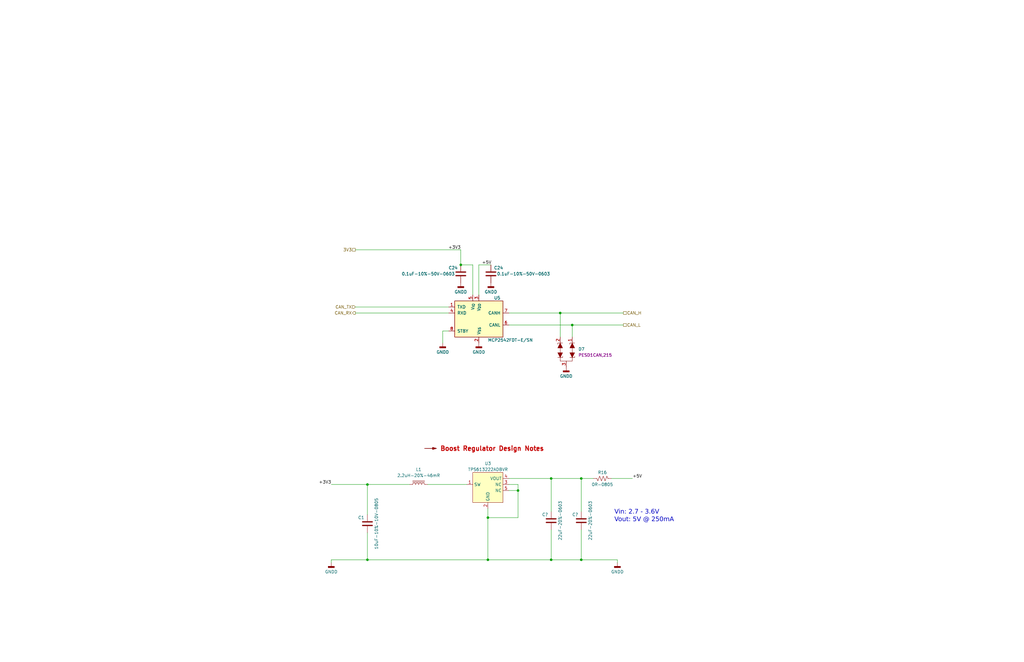
<source format=kicad_sch>
(kicad_sch (version 20230121) (generator eeschema)
  (paper "B")
  (title_block (title "NX J401 Adapter") (rev "1") (company "971 Spartan Robotics"))
  (lib_symbols
    (symbol "Device:C" (pin_numbers hide) (pin_names (offset 0.254))
      (property "Reference" "C" (at 0.635 2.54 0))
      (property "Value" "C" (at 0.635 -2.54 0))
      (symbol "C_0_1"
        (polyline (pts (xy -2.032 -0.762) (xy 2.032 -0.762)) (stroke (width 0.508)))
        (polyline (pts (xy -2.032 0.762) (xy 2.032 0.762)) (stroke (width 0.508)))
      )
      (symbol "C_1_1"
        (pin passive line (at 0 3.81 270) (length 2.794) (name "~") (number "1"))
        (pin passive line (at 0 -3.81 90) (length 2.794) (name "~") (number "2"))
      )
    )
    (symbol "Device:L_Iron" (pin_numbers hide) (pin_names (offset 1.016) hide)
      (property "Reference" "L" (at -1.27 0 90))
      (property "Value" "L_Iron" (at 2.794 0 90))
      (symbol "L_Iron_0_1"
        (arc (start 0 -2.54) (mid 0.6323 -1.905) (end 0 -1.27))
        (arc (start 0 -1.27) (mid 0.6323 -0.635) (end 0 0))
        (polyline (pts (xy 1.016 2.54) (xy 1.016 -2.54)))
        (polyline (pts (xy 1.524 -2.54) (xy 1.524 2.54)))
        (arc (start 0 0) (mid 0.6323 0.635) (end 0 1.27))
        (arc (start 0 1.27) (mid 0.6323 1.905) (end 0 2.54))
      )
      (symbol "L_Iron_1_1"
        (pin passive line (at 0 3.81 270) (length 1.27) (name "1") (number "1"))
        (pin passive line (at 0 -3.81 90) (length 1.27) (name "2") (number "2"))
      )
    )
    (symbol "Device:R_US" (pin_numbers hide) (pin_names (offset 0))
      (property "Reference" "R" (at 2.54 0 90))
      (property "Value" "R_US" (at -2.54 0 90))
      (symbol "R_US_0_1"
        (polyline (pts (xy 0 -2.286) (xy 0 -2.54)))
        (polyline (pts (xy 0 2.286) (xy 0 2.54)))
        (polyline (pts (xy 0 -0.762) (xy 1.016 -1.143) (xy 0 -1.524) (xy -1.016 -1.905) (xy 0 -2.286)))
        (polyline (pts (xy 0 0.762) (xy 1.016 0.381) (xy 0 0) (xy -1.016 -0.381) (xy 0 -0.762)))
        (polyline (pts (xy 0 2.286) (xy 1.016 1.905) (xy 0 1.524) (xy -1.016 1.143) (xy 0 0.762)))
      )
      (symbol "R_US_1_1"
        (pin passive line (at 0 3.81 270) (length 1.27) (name "~") (number "1"))
        (pin passive line (at 0 -3.81 90) (length 1.27) (name "~") (number "2"))
      )
    )
    (symbol "Graphic:SYM_Arrow_Normal" (in_bom no) (on_board no)
      (symbol "SYM_Arrow_Normal_0_1"
        (polyline (pts (xy 1.524 0) (xy -2.54 0)) (stroke (width 0.254)))
        (polyline (pts (xy 2.54 0) (xy 0.762 -0.508) (xy 0.762 0.508) (xy 2.54 0)) (fill (type outline)))
      )
    )
    (symbol "IMU-2X:TPS613222ADBVR"
      (property "Reference" "U" (at 0 0 0))
      (property "Value" "TPS613222ADBVR" (at 0 0 0))
      (symbol "TPS613222ADBVR_1_1"
        (rectangle (start -6.35 0) (end 6.35 -12.7) (fill (type background)))
        (pin power_in line (at -8.89 -5.08 0) (length 2.54) (name "SW") (number "1"))
        (pin passive line (at 0 -15.24 90) (length 2.54) (name "GND") (number "2"))
        (pin passive line (at 8.89 -5.08 180) (length 2.54) (name "NC") (number "3"))
        (pin power_out line (at 8.89 -2.54 180) (length 2.54) (name "VOUT") (number "4"))
        (pin passive line (at 8.89 -7.62 180) (length 2.54) (name "NC") (number "5"))
      )
    )
    (symbol "Interface_CAN_LIN:MCP2562-E-SN" (pin_names (offset 1.016))
      (property "Reference" "U4" (at 1.9559 12.7 0))
      (property "Value" "MCP2562-E-SN" (at 3.81 10.16 0))
      (symbol "MCP2562-E-SN_0_1"
        (rectangle (start -10.16 7.62) (end 10.16 -7.62) (stroke (width 0.254)) (fill (type background)))
      )
      (symbol "MCP2562-E-SN_1_1"
        (pin input line (at -12.7 5.08 0) (length 2.54) (name "TXD") (number "1"))
        (pin power_in line (at 0 -10.16 90) (length 2.54) (name "V_{SS}") (number "2"))
        (pin power_in line (at 0 10.16 270) (length 2.54) (name "V_{DD}") (number "3"))
        (pin output line (at -12.7 2.54 0) (length 2.54) (name "RXD") (number "4"))
        (pin power_in line (at -2.54 10.16 270) (length 2.54) (name "V_{IO}") (number "5"))
        (pin bidirectional line (at 12.7 -2.54 180) (length 2.54) (name "CANL") (number "6"))
        (pin bidirectional line (at 12.7 2.54 180) (length 2.54) (name "CANH") (number "7"))
        (pin input line (at -12.7 -5.08 0) (length 2.54) (name "STBY") (number "8"))
      )
    )
    (symbol "PI-Power-Board:PESD1CAN" (pin_names hide)
      (property "Reference" "D" (at 0 0 0))
      (property "MFG P/N" "PESD1CAN,215" (at 0 0 0))
      (symbol "PESD1CAN_0_1"
        (polyline (pts (xy -1.27 -7.62) (xy 0.762 -7.62)))
        (polyline (pts (xy -1.27 -2.54) (xy 0.762 -2.54)))
        (polyline (pts (xy 0.635 -7.62) (xy 3.175 -7.62)))
        (polyline (pts (xy 0.635 -2.54) (xy 3.175 -2.54)))
        (polyline (pts (xy 4.826 -7.62) (xy 2.794 -7.62)))
        (polyline (pts (xy 4.826 -2.54) (xy 2.794 -2.54)))
        (polyline (pts (xy -1.27 -6.604) (xy -1.27 -8.636) (xy -0.762 -8.636)))
        (polyline (pts (xy -1.27 -1.524) (xy -1.27 -3.556) (xy -0.762 -3.556)))
        (polyline (pts (xy 4.826 -8.636) (xy 4.826 -6.604) (xy 4.318 -6.604)))
        (polyline (pts (xy 4.826 -3.556) (xy 4.826 -1.524) (xy 4.318 -1.524)))
        (polyline (pts (xy 0.762 -6.604) (xy -1.27 -7.62) (xy 0.762 -8.636) (xy 0.762 -6.604)) (fill (type outline)))
        (polyline (pts (xy 0.762 -1.524) (xy -1.27 -2.54) (xy 0.762 -3.556) (xy 0.762 -1.524)) (fill (type outline)))
        (polyline (pts (xy 2.794 -8.636) (xy 4.826 -7.62) (xy 2.794 -6.604) (xy 2.794 -8.636)) (fill (type outline)))
        (polyline (pts (xy 2.794 -3.556) (xy 4.826 -2.54) (xy 2.794 -1.524) (xy 2.794 -3.556)) (fill (type outline)))
        (polyline (pts (xy 4.445 -2.54) (xy 6.35 -2.54) (xy 6.35 -7.62) (xy 4.445 -7.62)))
      )
      (symbol "PESD1CAN_1_1"
        (pin passive line (at -3.81 -2.54 0) (length 2.54) (name "K1") (number "1"))
        (pin passive line (at -3.81 -7.62 0) (length 2.54) (name "K1") (number "2"))
        (pin passive line (at 8.89 -5.08 180) (length 2.54) (name "KK") (number "3"))
      )
    )
    (symbol "power:GNDD" (power) (pin_names (offset 0))
      (property "Value" "GNDD" (at 0 -3.175 0))
      (symbol "GNDD_0_1"
        (rectangle (start -1.27 -1.524) (end 1.27 -2.032) (stroke (width 0.254)) (fill (type outline)))
        (polyline (pts (xy 0 0) (xy 0 -1.524)))
      )
      (symbol "GNDD_1_1"
        (pin power_in line (at 0 0 270) (length 0) hide (name "GNDD") (number "1"))
      )
    )
  )
  (junction (at 232.41 236.22))
  (junction (at 154.94 236.22))
  (junction (at 154.94 204.47))
  (junction (at 236.22 132.08))
  (junction (at 205.74 236.22))
  (junction (at 232.41 201.93))
  (junction (at 245.11 236.22))
  (junction (at 241.3 137.16))
  (junction (at 245.11 201.93))
  (junction (at 194.31 111.76))
  (junction (at 218.44 207.01))
  (junction (at 205.74 218.44))
  (wire (pts (xy 199.39 111.76) (xy 199.39 124.46)))
  (wire (pts (xy 205.74 218.44) (xy 205.74 236.22)))
  (wire (pts (xy 218.44 218.44) (xy 205.74 218.44)))
  (wire (pts (xy 194.31 105.41) (xy 194.31 111.76)))
  (wire (pts (xy 245.11 201.93) (xy 250.19 201.93)))
  (wire (pts (xy 196.85 204.47) (xy 180.34 204.47)))
  (wire (pts (xy 245.11 201.93) (xy 245.11 215.9)))
  (wire (pts (xy 154.94 204.47) (xy 154.94 217.17)))
  (wire (pts (xy 257.81 201.93) (xy 266.7 201.93)))
  (wire (pts (xy 214.63 204.47) (xy 218.44 204.47)))
  (wire (pts (xy 205.74 236.22) (xy 232.41 236.22)))
  (wire (pts (xy 201.93 111.76) (xy 201.93 124.46)))
  (wire (pts (xy 214.63 201.93) (xy 232.41 201.93)))
  (wire (pts (xy 139.7 204.47) (xy 154.94 204.47)))
  (wire (pts (xy 201.93 111.76) (xy 207.01 111.76)))
  (wire (pts (xy 245.11 236.22) (xy 260.35 236.22)))
  (wire (pts (xy 218.44 204.47) (xy 218.44 207.01)))
  (wire (pts (xy 154.94 236.22) (xy 205.74 236.22)))
  (wire (pts (xy 241.3 137.16) (xy 241.3 142.24)))
  (wire (pts (xy 241.3 137.16) (xy 262.89 137.16)))
  (wire (pts (xy 214.63 207.01) (xy 218.44 207.01)))
  (wire (pts (xy 149.86 129.54) (xy 189.23 129.54)))
  (wire (pts (xy 149.86 132.08) (xy 189.23 132.08)))
  (wire (pts (xy 149.86 105.41) (xy 194.31 105.41)))
  (wire (pts (xy 172.72 204.47) (xy 154.94 204.47)))
  (wire (pts (xy 218.44 207.01) (xy 218.44 218.44)))
  (wire (pts (xy 154.94 224.79) (xy 154.94 236.22)))
  (wire (pts (xy 214.63 137.16) (xy 241.3 137.16)))
  (wire (pts (xy 186.69 139.7) (xy 189.23 139.7)))
  (wire (pts (xy 214.63 132.08) (xy 236.22 132.08)))
  (wire (pts (xy 139.7 236.22) (xy 139.7 237.49)))
  (wire (pts (xy 194.31 111.76) (xy 199.39 111.76)))
  (wire (pts (xy 245.11 223.52) (xy 245.11 236.22)))
  (wire (pts (xy 236.22 132.08) (xy 262.89 132.08)))
  (wire (pts (xy 139.7 236.22) (xy 154.94 236.22)))
  (wire (pts (xy 232.41 236.22) (xy 245.11 236.22)))
  (wire (pts (xy 205.74 218.44) (xy 205.74 214.63)))
  (wire (pts (xy 260.35 236.22) (xy 260.35 237.49)))
  (wire (pts (xy 232.41 201.93) (xy 232.41 215.9)))
  (wire (pts (xy 186.69 144.78) (xy 186.69 139.7)))
  (wire (pts (xy 232.41 223.52) (xy 232.41 236.22)))
  (wire (pts (xy 232.41 201.93) (xy 245.11 201.93)))
  (wire (pts (xy 236.22 142.24) (xy 236.22 132.08)))
  (text "Vin: 2.7 - 3.6V\nVout: 5V @ 250mA" (at 259.08 220.98 0) (effects (font (size 1.905 1.905)) (justify left bottom)))
  (label "+3V3" (at 194.31 105.41 180))
  (label "+5V" (at 203.2 111.76 0))
  (label "+5V" (at 266.7 201.93 0))
  (label "+3V3" (at 139.7 204.47 180))
  (hierarchical_label "CAN_RX" (shape output) (at 149.86 132.08 180))
  (hierarchical_label "CAN_TX" (shape input) (at 149.86 129.54 180))
  (hierarchical_label "CAN_H" (shape passive) (at 262.89 132.08 0))
  (hierarchical_label "CAN_L" (shape passive) (at 262.89 137.16 0))
  (hierarchical_label "3V3" (shape passive) (at 149.86 105.41 180))
  (symbol (lib_id "Device:L_Iron") (at 176.53 204.47 90) (unit 1)
    (property "Reference" "L1" (at 176.53 198.12 90))
    (property "Value" "2.2uH-20%-46mR" (at 176.53 200.66 90))
    (property "Footprint" "NX-J401-Adapter:L_Vishay_IHLP-1212" (effects hide))
    (property "Datasheet" "Components/Vishay-IHLP1212BZER2R2M11.pdf" (effects hide))
    (property "MFG" "Vishay" (effects hide))
    (property "MFG P/N" "IHLP1212BZER2R2M11" (effects hide))
    (property "DIST" "Digikey" (effects hide))
    (property "DIST P/N" "541-1322-1-ND" (effects hide))
    (instances (project "IMU-2X" (path "" (reference "L1") (unit 1))) (project "NX-J401-Adapter" (path "" (reference "L2") (unit 1))))
  )
  (symbol (lib_id "power:GNDD") (at 238.76 154.94 0) (unit 1)
    (property "Reference" "#PWR02" (effects hide))
    (property "Value" "GNDD" (at 238.76 158.75 0))
    (instances (project "NX-J401-Adapter" (path "" (reference "#PWR02") (unit 1)) (path "" (reference "#PWR05") (unit 1))))
  )
  (symbol (lib_id "Device:C") (at 245.11 219.71 0) (unit 1)
    (property "Reference" "C?" (at 243.84 217.17 0) (effects (justify right)))
    (property "Value" "22uF-20%-0603" (at 248.92 219.71 90))
    (property "Footprint" "Capacitor_SMD:C_0603_1608Metric" (effects hide))
    (property "Datasheet" "Components/TDK-mlcc_commercial_general_en.pdf" (effects hide))
    (property "MFG" "TDK" (effects hide))
    (property "MFG P/N" "C1608X5R1A226M080AC" (effects hide))
    (property "DIST" "Digikey" (effects hide))
    (property "DIST P/N" "445-9077-1-ND" (effects hide))
    (instances (project "IMU-2X" (path "" (reference "C?") (unit 1)) (path "" (reference "C2") (unit 1))) (project "NX-J401-Adapter" (path "" (reference "C11") (unit 1))))
  )
  (symbol (lib_id "Device:R_US") (at 254 201.93 270) (mirror x) (unit 1)
    (property "Reference" "R16" (at 254 199.39 90))
    (property "Value" "0R-0805" (at 254 204.47 90))
    (property "Footprint" "Resistor_SMD:R_0805_2012Metric_Pad1.20x1.40mm_HandSolder" (effects hide))
    (property "Datasheet" "Components/Yageo-PYu-RC_Group_51_RoHS_L_12.pdf" (effects hide))
    (property "MFG" "Yageo" (effects hide))
    (property "MFG P/N" "RC0805JR-070RL" (effects hide))
    (property "DIST" "Digikey" (effects hide))
    (property "DIST P/N" "311-0.0ARCT-ND" (effects hide))
    (instances (project "PI-Power-Board" (path "" (reference "R16") (unit 1))) (project "IMU-2X" (path "" (reference "R2") (unit 1))) (project "NX-J401-Adapter" (path "" (reference "R2") (unit 1)) (path "" (reference "R9") (unit 1))))
  )
  (symbol (lib_id "PI-Power-Board:PESD1CAN") (at 243.84 146.05 270) (unit 1)
    (property "Reference" "D7" (at 243.84 147.3199 90) (effects (justify left)))
    (property "Value" "PESD1CAN" (effects hide))
    (property "Footprint" "Package_TO_SOT_SMD:SOT-23" (effects hide))
    (property "Datasheet" "Components/Nexperia-PESD1CAN.pdf" (effects hide))
    (property "MFG" "Nexperia" (effects hide))
    (property "MFG P/N" "PESD1CAN,215" (at 243.84 149.8599 90) (effects (justify left)))
    (instances (project "PI-Power-Board" (path "" (reference "D7") (unit 1))) (project "NX-J401-Adapter" (path "" (reference "D5") (unit 1))))
  )
  (symbol (lib_id "Device:C") (at 207.01 115.57 0) (mirror y) (unit 1)
    (property "Reference" "C24" (at 208.28 113.03 0) (effects (justify right)))
    (property "Value" "0.1uF-10%-50V-0603" (at 209.55 115.57 0) (effects (justify right)))
    (property "Footprint" "Capacitor_SMD:C_0603_1608Metric" (effects hide))
    (property "MFG" "Samsung Electro-Mechanics" (effects hide))
    (property "MFG P/N" "CL10B104KB8NNNC" (effects hide))
    (instances (project "PI-Power-Board" (path "" (reference "C24") (unit 1))) (project "NX-J401-Adapter" (path "" (reference "C3") (unit 1)) (path "" (reference "C14") (unit 1))))
  )
  (symbol (lib_id "power:GNDD") (at 186.69 144.78 0) (unit 1)
    (property "Reference" "#PWR02" (effects hide))
    (property "Value" "GNDD" (at 186.69 148.59 0))
    (instances (project "NX-J401-Adapter" (path "" (reference "#PWR02") (unit 1)) (path "" (reference "#PWR07") (unit 1))))
  )
  (symbol (lib_id "IMU-2X:TPS613222ADBVR") (at 205.74 199.39 0) (unit 1)
    (property "Reference" "U3" (at 205.74 195.58 0))
    (property "Value" "TPS613222ADBVR" (at 205.74 198.12 0))
    (property "Footprint" "Package_TO_SOT_SMD:SOT-23-5" (effects hide))
    (property "Datasheet" "Components/TI-tps613222.pdf" (effects hide))
    (property "MFG" "Texas Instruments" (effects hide))
    (property "MFG P/N" "TPS613222ADBVR" (effects hide))
    (property "DIST" "Digikey" (effects hide))
    (property "DIST P/N" "296-50503-1-ND" (effects hide))
    (instances (project "IMU-2X" (path "" (reference "U3") (unit 1))) (project "NX-J401-Adapter" (path "" (reference "U2") (unit 1))))
  )
  (symbol (lib_id "Graphic:SYM_Arrow_Normal") (at 181.61 189.23 0) (unit 1) (in_bom no) (on_board no)
    (property "Reference" "#SYM5" (effects hide))
    (property "Value" "Boost Regulator Design Notes" (at 185.42 189.23 0) (effects (font (size 1.905 1.905) bold) (justify left)))
    (property "Datasheet" "Components/WBDesign78-TPS613222-3Vin-5Vout-0.25A.pdf" (effects hide))
    (property "Sim.Enable" "0" (effects hide))
    (instances (project "IMU-2X" (path "" (reference "#SYM5") (unit 1))) (project "NX-J401-Adapter" (path "" (reference "#SYM12") (unit 1))))
  )
  (symbol (lib_id "power:GNDD") (at 201.93 144.78 0) (unit 1)
    (property "Reference" "#PWR02" (effects hide))
    (property "Value" "GNDD" (at 201.93 148.59 0))
    (instances (project "NX-J401-Adapter" (path "" (reference "#PWR02") (unit 1)) (path "" (reference "#PWR06") (unit 1))))
  )
  (symbol (lib_id "Device:C") (at 232.41 219.71 0) (unit 1)
    (property "Reference" "C?" (at 231.14 217.17 0) (effects (justify right)))
    (property "Value" "22uF-20%-0603" (at 236.22 219.71 90))
    (property "Footprint" "Capacitor_SMD:C_0603_1608Metric" (effects hide))
    (property "Datasheet" "Components/TDK-mlcc_commercial_general_en.pdf" (effects hide))
    (property "MFG" "TDK" (effects hide))
    (property "MFG P/N" "C1608X5R1A226M080AC" (effects hide))
    (property "DIST" "Digikey" (effects hide))
    (property "DIST P/N" "445-9077-1-ND" (effects hide))
    (instances (project "IMU-2X" (path "" (reference "C?") (unit 1)) (path "" (reference "C11") (unit 1))) (project "NX-J401-Adapter" (path "" (reference "C10") (unit 1))))
  )
  (symbol (lib_id "power:GNDD") (at 194.31 119.38 0) (unit 1)
    (property "Reference" "#PWR02" (effects hide))
    (property "Value" "GNDD" (at 194.31 123.19 0))
    (instances (project "NX-J401-Adapter" (path "" (reference "#PWR02") (unit 1)) (path "" (reference "#PWR08") (unit 1))))
  )
  (symbol (lib_id "Device:C") (at 194.31 115.57 0) (unit 1)
    (property "Reference" "C24" (at 193.04 113.03 0) (effects (justify right)))
    (property "Value" "0.1uF-10%-50V-0603" (at 191.77 115.57 0) (effects (justify right)))
    (property "Footprint" "Capacitor_SMD:C_0603_1608Metric" (effects hide))
    (property "MFG" "Samsung Electro-Mechanics" (effects hide))
    (property "MFG P/N" "CL10B104KB8NNNC" (effects hide))
    (instances (project "PI-Power-Board" (path "" (reference "C24") (unit 1))) (project "NX-J401-Adapter" (path "" (reference "C3") (unit 1)) (path "" (reference "C13") (unit 1))))
  )
  (symbol (lib_id "Device:C") (at 154.94 220.98 0) (unit 1)
    (property "Reference" "C1" (at 153.67 218.44 0) (effects (justify right)))
    (property "Value" "10uF-10%-10V-0805" (at 158.75 220.98 90))
    (property "Footprint" "Capacitor_SMD:C_0805_2012Metric" (effects hide))
    (property "Datasheet" "Components/Kemet-C0805C106K8PACTU.pdf" (effects hide))
    (property "MFG" "Kemet" (effects hide))
    (property "MFG P/N" "C0805C106K8PAC7800" (effects hide))
    (property "DIST" "Digikey" (effects hide))
    (property "DIST P/N" "399-C0805C106K8PAC7800CT-ND" (effects hide))
    (instances (project "IMU-2X" (path "" (reference "C1") (unit 1))) (project "NX-J401-Adapter" (path "" (reference "C9") (unit 1))))
  )
  (symbol (lib_id "power:GNDD") (at 260.35 237.49 0) (unit 1)
    (property "Reference" "#PWR02" (effects hide))
    (property "Value" "GNDD" (at 260.35 241.3 0))
    (instances (project "NX-J401-Adapter" (path "" (reference "#PWR02") (unit 1)) (path "" (reference "#PWR04") (unit 1))))
  )
  (symbol (lib_id "Interface_CAN_LIN:MCP2562-E-SN") (at 201.93 134.62 0) (unit 1)
    (property "Reference" "U5" (at 208.28 125.73 0) (effects (justify left)))
    (property "Value" "MCP2542FDT-E/SN" (at 205.74 143.51 0) (effects (justify left)))
    (property "Footprint" "Package_SO:SOIC-8_3.9x4.9mm_P1.27mm" (effects hide))
    (property "Datasheet" "Components/Microchip-MCP2542WFD.pdf" (effects hide))
    (property "MFG" "Microchip" (effects hide))
    (property "MFG P/N" "MCP2542FDT-E/SN" (effects hide))
    (property "DIST" "Digikey" (effects hide))
    (property "DIST P/N" "MCP2542FDT-E/SNCT-ND" (effects hide))
  )
  (symbol (lib_id "power:GNDD") (at 139.7 237.49 0) (unit 1)
    (property "Reference" "#PWR02" (effects hide))
    (property "Value" "GNDD" (at 139.7 241.3 0))
    (instances (project "NX-J401-Adapter" (path "" (reference "#PWR02") (unit 1)) (path "" (reference "#PWR03") (unit 1))))
  )
  (symbol (lib_id "power:GNDD") (at 207.01 119.38 0) (unit 1)
    (property "Reference" "#PWR02" (effects hide))
    (property "Value" "GNDD" (at 207.01 123.19 0))
    (instances (project "NX-J401-Adapter" (path "" (reference "#PWR02") (unit 1)) (path "" (reference "#PWR09") (unit 1))))
  )
)
</source>
